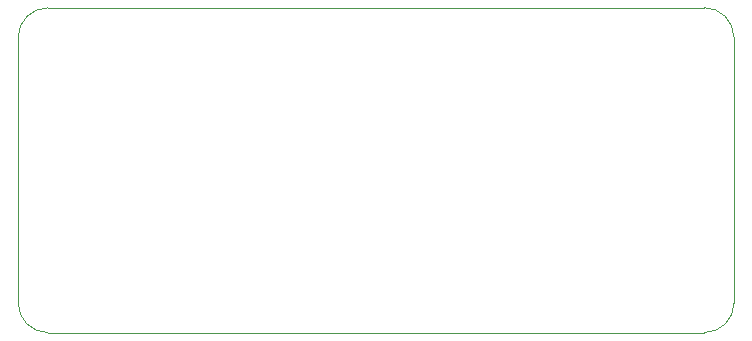
<source format=gm1>
%TF.GenerationSoftware,KiCad,Pcbnew,8.0.3*%
%TF.CreationDate,2024-06-23T18:33:08+02:00*%
%TF.ProjectId,MAX17262-breakout,4d415831-3732-4363-922d-627265616b6f,rev?*%
%TF.SameCoordinates,Original*%
%TF.FileFunction,Profile,NP*%
%FSLAX46Y46*%
G04 Gerber Fmt 4.6, Leading zero omitted, Abs format (unit mm)*
G04 Created by KiCad (PCBNEW 8.0.3) date 2024-06-23 18:33:08*
%MOMM*%
%LPD*%
G01*
G04 APERTURE LIST*
%TA.AperFunction,Profile*%
%ADD10C,0.050000*%
%TD*%
G04 APERTURE END LIST*
D10*
X118100000Y-76925000D02*
G75*
G02*
X120600000Y-79425000I0J-2500000D01*
G01*
X60000000Y-101925000D02*
X60000000Y-79425000D01*
X62500000Y-104425000D02*
G75*
G02*
X60000000Y-101925000I0J2500000D01*
G01*
X118100000Y-104425000D02*
X62500000Y-104425000D01*
X62500000Y-76925000D02*
X118100000Y-76925000D01*
X120600000Y-101925000D02*
G75*
G02*
X118100000Y-104425000I-2500000J0D01*
G01*
X60000000Y-79425000D02*
G75*
G02*
X62500000Y-76925000I2500000J0D01*
G01*
X120600000Y-79425000D02*
X120600000Y-101925000D01*
M02*

</source>
